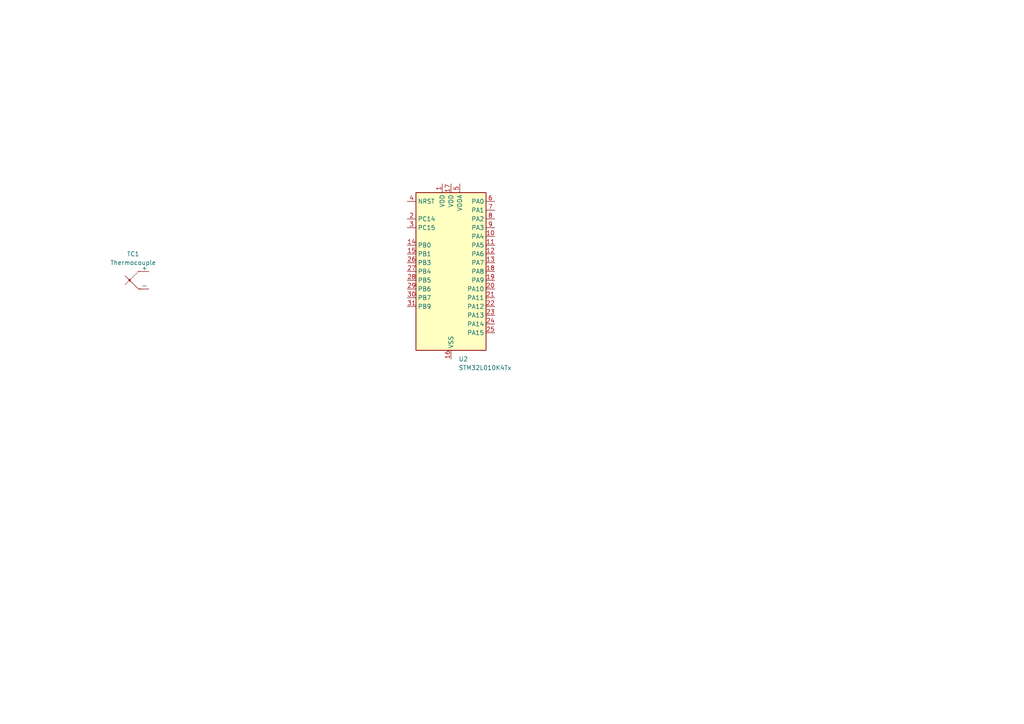
<source format=kicad_sch>
(kicad_sch (version 20230121) (generator eeschema)
  (paper "A4")
  (lib_symbols
    (symbol "Device:Thermocouple" (pin_numbers hide) (pin_names (offset 0))
      (property "Reference" "TC" (at -3.048 3.81 0))
      (property "Value" "Thermocouple" (at -5.08 -4.064 0))
      (symbol "Thermocouple_0_1"
        (circle (center -3.048 0) (radius 0.254) (fill (type outline)))
        (polyline (pts (xy -4.064 -1.016) (xy -4.318 -1.27)))
        (polyline (pts (xy -3.556 -0.508) (xy -3.81 -0.762)))
        (polyline (pts (xy -3.048 0) (xy -3.302 -0.254)))
        (polyline (pts (xy -2.54 0.508) (xy -2.794 0.254)))
        (polyline (pts (xy -2.032 1.016) (xy -2.286 0.762)))
        (polyline (pts (xy -1.524 1.524) (xy -1.778 1.27)))
        (polyline (pts (xy -1.016 2.032) (xy -1.27 1.778)))
        (polyline (pts (xy -0.508 2.54) (xy -0.762 2.286)))
        (polyline (pts (xy 0 -2.54) (xy -0.254 -2.54)))
        (polyline (pts (xy 0 2.54) (xy -0.508 2.54)))
        (polyline (pts (xy 0.254 -2.54) (xy -0.508 -2.54) (xy -4.318 1.27)))
      )
      (symbol "Thermocouple_1_1"
        (pin passive line (at 2.54 2.54 180) (length 2.54) (name "+") (number "1"))
        (pin passive line (at 2.54 -2.54 180) (length 2.54) (name "-") (number "2"))
      )
    )
    (symbol "MCU_ST_STM32L0:STM32L010K4Tx"
      (property "Reference" "U" (at -10.16 24.13 0))
      (property "Value" "STM32L010K4Tx" (at 5.08 24.13 0))
      (symbol "STM32L010K4Tx_0_1"
        (rectangle (start -10.16 -22.86) (end 10.16 22.86) (stroke (width 0.254)) (fill (type background)))
      )
      (symbol "STM32L010K4Tx_1_1"
        (pin power_in line (at -2.54 25.4 270) (length 2.54) (name "VDD") (number "1"))
        (pin bidirectional line (at 12.7 10.16 180) (length 2.54) (name "PA4") (number "10"))
        (pin bidirectional line (at 12.7 7.62 180) (length 2.54) (name "PA5") (number "11"))
        (pin bidirectional line (at 12.7 5.08 180) (length 2.54) (name "PA6") (number "12"))
        (pin bidirectional line (at 12.7 2.54 180) (length 2.54) (name "PA7") (number "13"))
        (pin bidirectional line (at -12.7 7.62 0) (length 2.54) (name "PB0") (number "14"))
        (pin bidirectional line (at -12.7 5.08 0) (length 2.54) (name "PB1") (number "15"))
        (pin power_in line (at 0 -25.4 90) (length 2.54) (name "VSS") (number "16"))
        (pin power_in line (at 0 25.4 270) (length 2.54) (name "VDD") (number "17"))
        (pin bidirectional line (at 12.7 0 180) (length 2.54) (name "PA8") (number "18"))
        (pin bidirectional line (at 12.7 -2.54 180) (length 2.54) (name "PA9") (number "19"))
        (pin bidirectional line (at -12.7 15.24 0) (length 2.54) (name "PC14") (number "2"))
        (pin bidirectional line (at 12.7 -5.08 180) (length 2.54) (name "PA10") (number "20"))
        (pin bidirectional line (at 12.7 -7.62 180) (length 2.54) (name "PA11") (number "21"))
        (pin bidirectional line (at 12.7 -10.16 180) (length 2.54) (name "PA12") (number "22"))
        (pin bidirectional line (at 12.7 -12.7 180) (length 2.54) (name "PA13") (number "23"))
        (pin bidirectional line (at 12.7 -15.24 180) (length 2.54) (name "PA14") (number "24"))
        (pin bidirectional line (at 12.7 -17.78 180) (length 2.54) (name "PA15") (number "25"))
        (pin bidirectional line (at -12.7 2.54 0) (length 2.54) (name "PB3") (number "26"))
        (pin bidirectional line (at -12.7 0 0) (length 2.54) (name "PB4") (number "27"))
        (pin bidirectional line (at -12.7 -2.54 0) (length 2.54) (name "PB5") (number "28"))
        (pin bidirectional line (at -12.7 -5.08 0) (length 2.54) (name "PB6") (number "29"))
        (pin bidirectional line (at -12.7 12.7 0) (length 2.54) (name "PC15") (number "3"))
        (pin bidirectional line (at -12.7 -7.62 0) (length 2.54) (name "PB7") (number "30"))
        (pin bidirectional line (at -12.7 -10.16 0) (length 2.54) (name "PB9") (number "31"))
        (pin passive line (at 0 -25.4 90) (length 2.54) hide (name "VSS") (number "32"))
        (pin input line (at -12.7 20.32 0) (length 2.54) (name "NRST") (number "4"))
        (pin power_in line (at 2.54 25.4 270) (length 2.54) (name "VDDA") (number "5"))
        (pin bidirectional line (at 12.7 20.32 180) (length 2.54) (name "PA0") (number "6"))
        (pin bidirectional line (at 12.7 17.78 180) (length 2.54) (name "PA1") (number "7"))
        (pin bidirectional line (at 12.7 15.24 180) (length 2.54) (name "PA2") (number "8"))
        (pin bidirectional line (at 12.7 12.7 180) (length 2.54) (name "PA3") (number "9"))
      )
    )
  )
  (symbol (lib_id "Device:Thermocouple") (at 40.64 81.28 0) (unit 1)
    (property "Reference" "TC1" (at 38.608 73.66 0))
    (property "Value" "Thermocouple" (at 38.608 76.2 0))
  )
  (symbol (lib_id "MCU_ST_STM32L0:STM32L010K4Tx") (at 130.81 78.74 0) (unit 1)
    (property "Reference" "U2" (at 133.0041 104.14 0) (effects (justify left)))
    (property "Value" "STM32L010K4Tx" (at 133.0041 106.68 0) (effects (justify left)))
    (property "Footprint" "Package_QFP:LQFP-32_7x7mm_P0.8mm" (effects hide))
    (property "Datasheet" "https://www.st.com/resource/en/datasheet/stm32l010k4.pdf" (effects hide))
  )
)
</source>
